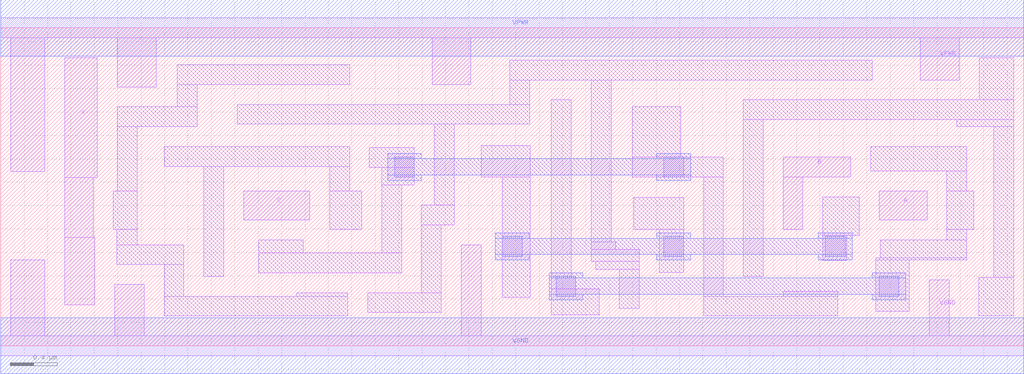
<source format=lef>
# Copyright 2020 The SkyWater PDK Authors
#
# Licensed under the Apache License, Version 2.0 (the "License");
# you may not use this file except in compliance with the License.
# You may obtain a copy of the License at
#
#     https://www.apache.org/licenses/LICENSE-2.0
#
# Unless required by applicable law or agreed to in writing, software
# distributed under the License is distributed on an "AS IS" BASIS,
# WITHOUT WARRANTIES OR CONDITIONS OF ANY KIND, either express or implied.
# See the License for the specific language governing permissions and
# limitations under the License.
#
# SPDX-License-Identifier: Apache-2.0

VERSION 5.5 ;
NAMESCASESENSITIVE ON ;
BUSBITCHARS "[]" ;
DIVIDERCHAR "/" ;
MACRO sky130_fd_sc_hd__xnor3_2
  CLASS CORE ;
  SOURCE USER ;
  ORIGIN  0.000000  0.000000 ;
  SIZE  8.740000 BY  2.720000 ;
  SYMMETRY X Y R90 ;
  SITE unithd ;
  PIN A
    ANTENNAGATEAREA  0.246000 ;
    DIRECTION INPUT ;
    USE SIGNAL ;
    PORT
      LAYER li1 ;
        RECT 7.505000 1.075000 7.915000 1.325000 ;
    END
  END A
  PIN B
    ANTENNAGATEAREA  0.661500 ;
    DIRECTION INPUT ;
    USE SIGNAL ;
    PORT
      LAYER li1 ;
        RECT 6.685000 0.995000 6.855000 1.445000 ;
        RECT 6.685000 1.445000 7.265000 1.615000 ;
    END
  END B
  PIN C
    ANTENNAGATEAREA  0.381000 ;
    DIRECTION INPUT ;
    USE SIGNAL ;
    PORT
      LAYER li1 ;
        RECT 2.075000 1.075000 2.640000 1.325000 ;
    END
  END C
  PIN X
    ANTENNADIFFAREA  0.445500 ;
    DIRECTION OUTPUT ;
    USE SIGNAL ;
    PORT
      LAYER li1 ;
        RECT 0.545000 0.350000 0.805000 0.925000 ;
        RECT 0.545000 0.925000 0.790000 1.440000 ;
        RECT 0.545000 1.440000 0.825000 2.465000 ;
    END
  END X
  PIN VGND
    DIRECTION INOUT ;
    SHAPE ABUTMENT ;
    USE GROUND ;
    PORT
      LAYER li1 ;
        RECT 0.000000 -0.085000 8.740000 0.085000 ;
        RECT 0.085000  0.085000 0.375000 0.735000 ;
        RECT 0.975000  0.085000 1.225000 0.525000 ;
        RECT 3.935000  0.085000 4.105000 0.865000 ;
        RECT 7.935000  0.085000 8.105000 0.565000 ;
    END
    PORT
      LAYER met1 ;
        RECT 0.000000 -0.240000 8.740000 0.240000 ;
    END
  END VGND
  PIN VPWR
    DIRECTION INOUT ;
    SHAPE ABUTMENT ;
    USE POWER ;
    PORT
      LAYER li1 ;
        RECT 0.000000 2.635000 8.740000 2.805000 ;
        RECT 0.085000 1.490000 0.375000 2.635000 ;
        RECT 0.995000 2.215000 1.330000 2.635000 ;
        RECT 3.685000 2.235000 4.015000 2.635000 ;
        RECT 7.855000 2.275000 8.190000 2.635000 ;
    END
    PORT
      LAYER met1 ;
        RECT 0.000000 2.480000 8.740000 2.960000 ;
    END
  END VPWR
  OBS
    LAYER li1 ;
      RECT 0.960000 0.995000 1.165000 1.325000 ;
      RECT 0.990000 0.695000 1.565000 0.865000 ;
      RECT 0.990000 0.865000 1.165000 0.995000 ;
      RECT 0.995000 1.325000 1.165000 1.875000 ;
      RECT 0.995000 1.875000 1.680000 2.045000 ;
      RECT 1.395000 0.255000 2.965000 0.425000 ;
      RECT 1.395000 0.425000 1.565000 0.695000 ;
      RECT 1.395000 1.535000 2.980000 1.705000 ;
      RECT 1.510000 2.045000 1.680000 2.235000 ;
      RECT 1.510000 2.235000 2.980000 2.405000 ;
      RECT 1.735000 0.595000 1.905000 1.535000 ;
      RECT 2.020000 1.895000 4.520000 2.065000 ;
      RECT 2.205000 0.625000 3.425000 0.795000 ;
      RECT 2.205000 0.795000 2.585000 0.905000 ;
      RECT 2.530000 0.425000 2.965000 0.455000 ;
      RECT 2.810000 0.995000 3.085000 1.325000 ;
      RECT 2.810000 1.325000 2.980000 1.535000 ;
      RECT 3.135000 0.285000 3.765000 0.455000 ;
      RECT 3.150000 1.525000 3.535000 1.695000 ;
      RECT 3.255000 0.795000 3.425000 1.375000 ;
      RECT 3.255000 1.375000 3.535000 1.525000 ;
      RECT 3.595000 0.455000 3.765000 1.035000 ;
      RECT 3.595000 1.035000 3.875000 1.205000 ;
      RECT 3.705000 1.205000 3.875000 1.895000 ;
      RECT 4.105000 1.445000 4.525000 1.715000 ;
      RECT 4.285000 0.415000 4.525000 1.445000 ;
      RECT 4.350000 2.065000 4.520000 2.275000 ;
      RECT 4.350000 2.275000 7.445000 2.445000 ;
      RECT 4.705000 0.265000 5.115000 0.485000 ;
      RECT 4.705000 0.485000 4.915000 0.595000 ;
      RECT 4.705000 0.595000 4.875000 2.105000 ;
      RECT 5.045000 0.720000 5.455000 0.825000 ;
      RECT 5.045000 0.825000 5.255000 0.890000 ;
      RECT 5.045000 0.890000 5.215000 2.275000 ;
      RECT 5.085000 0.655000 5.455000 0.720000 ;
      RECT 5.285000 0.320000 5.455000 0.655000 ;
      RECT 5.395000 1.445000 6.175000 1.615000 ;
      RECT 5.395000 1.615000 5.810000 2.045000 ;
      RECT 5.410000 0.995000 5.835000 1.270000 ;
      RECT 5.625000 0.630000 5.835000 0.995000 ;
      RECT 6.005000 0.255000 7.150000 0.425000 ;
      RECT 6.005000 0.425000 6.175000 1.445000 ;
      RECT 6.345000 0.595000 6.515000 1.935000 ;
      RECT 6.345000 1.935000 8.655000 2.105000 ;
      RECT 6.685000 0.425000 7.150000 0.465000 ;
      RECT 7.025000 0.730000 7.230000 0.945000 ;
      RECT 7.025000 0.945000 7.335000 1.275000 ;
      RECT 7.435000 1.495000 8.255000 1.705000 ;
      RECT 7.475000 0.295000 7.765000 0.735000 ;
      RECT 7.475000 0.735000 8.255000 0.750000 ;
      RECT 7.515000 0.750000 8.255000 0.905000 ;
      RECT 8.085000 0.905000 8.255000 0.995000 ;
      RECT 8.085000 0.995000 8.315000 1.325000 ;
      RECT 8.085000 1.325000 8.255000 1.495000 ;
      RECT 8.170000 1.875000 8.655000 1.935000 ;
      RECT 8.355000 0.255000 8.655000 0.585000 ;
      RECT 8.360000 2.105000 8.655000 2.465000 ;
      RECT 8.485000 0.585000 8.655000 1.875000 ;
    LAYER mcon ;
      RECT 3.365000 1.445000 3.535000 1.615000 ;
      RECT 4.285000 0.765000 4.455000 0.935000 ;
      RECT 4.745000 0.425000 4.915000 0.595000 ;
      RECT 5.665000 0.765000 5.835000 0.935000 ;
      RECT 5.665000 1.445000 5.835000 1.615000 ;
      RECT 7.045000 0.765000 7.215000 0.935000 ;
      RECT 7.505000 0.425000 7.675000 0.595000 ;
    LAYER met1 ;
      RECT 3.305000 1.415000 3.595000 1.460000 ;
      RECT 3.305000 1.460000 5.895000 1.600000 ;
      RECT 3.305000 1.600000 3.595000 1.645000 ;
      RECT 4.225000 0.735000 4.515000 0.780000 ;
      RECT 4.225000 0.780000 7.275000 0.920000 ;
      RECT 4.225000 0.920000 4.515000 0.965000 ;
      RECT 4.685000 0.395000 4.975000 0.440000 ;
      RECT 4.685000 0.440000 7.735000 0.580000 ;
      RECT 4.685000 0.580000 4.975000 0.625000 ;
      RECT 5.605000 0.735000 5.895000 0.780000 ;
      RECT 5.605000 0.920000 5.895000 0.965000 ;
      RECT 5.605000 1.415000 5.895000 1.460000 ;
      RECT 5.605000 1.600000 5.895000 1.645000 ;
      RECT 6.985000 0.735000 7.275000 0.780000 ;
      RECT 6.985000 0.920000 7.275000 0.965000 ;
      RECT 7.445000 0.395000 7.735000 0.440000 ;
      RECT 7.445000 0.580000 7.735000 0.625000 ;
  END
END sky130_fd_sc_hd__xnor3_2

</source>
